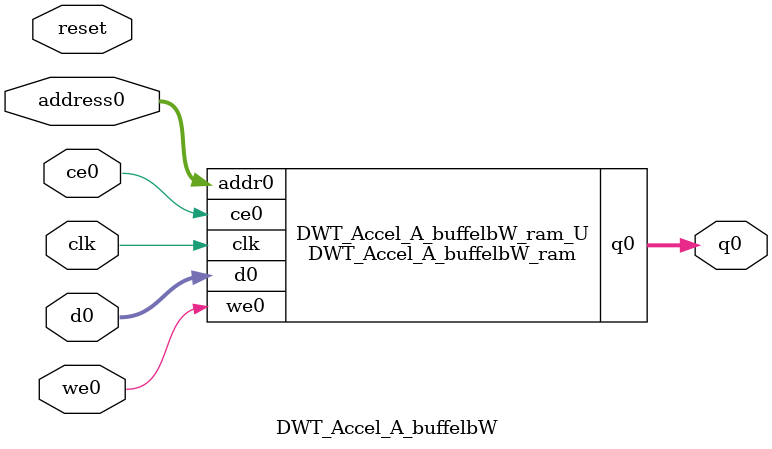
<source format=v>
`timescale 1 ns / 1 ps
module DWT_Accel_A_buffelbW_ram (addr0, ce0, d0, we0, q0,  clk);

parameter DWIDTH = 16;
parameter AWIDTH = 12;
parameter MEM_SIZE = 2400;

input[AWIDTH-1:0] addr0;
input ce0;
input[DWIDTH-1:0] d0;
input we0;
output reg[DWIDTH-1:0] q0;
input clk;

(* ram_style = "block" *)reg [DWIDTH-1:0] ram[0:MEM_SIZE-1];




always @(posedge clk)  
begin 
    if (ce0) 
    begin
        if (we0) 
        begin 
            ram[addr0] <= d0; 
        end 
        q0 <= ram[addr0];
    end
end


endmodule

`timescale 1 ns / 1 ps
module DWT_Accel_A_buffelbW(
    reset,
    clk,
    address0,
    ce0,
    we0,
    d0,
    q0);

parameter DataWidth = 32'd16;
parameter AddressRange = 32'd2400;
parameter AddressWidth = 32'd12;
input reset;
input clk;
input[AddressWidth - 1:0] address0;
input ce0;
input we0;
input[DataWidth - 1:0] d0;
output[DataWidth - 1:0] q0;



DWT_Accel_A_buffelbW_ram DWT_Accel_A_buffelbW_ram_U(
    .clk( clk ),
    .addr0( address0 ),
    .ce0( ce0 ),
    .we0( we0 ),
    .d0( d0 ),
    .q0( q0 ));

endmodule


</source>
